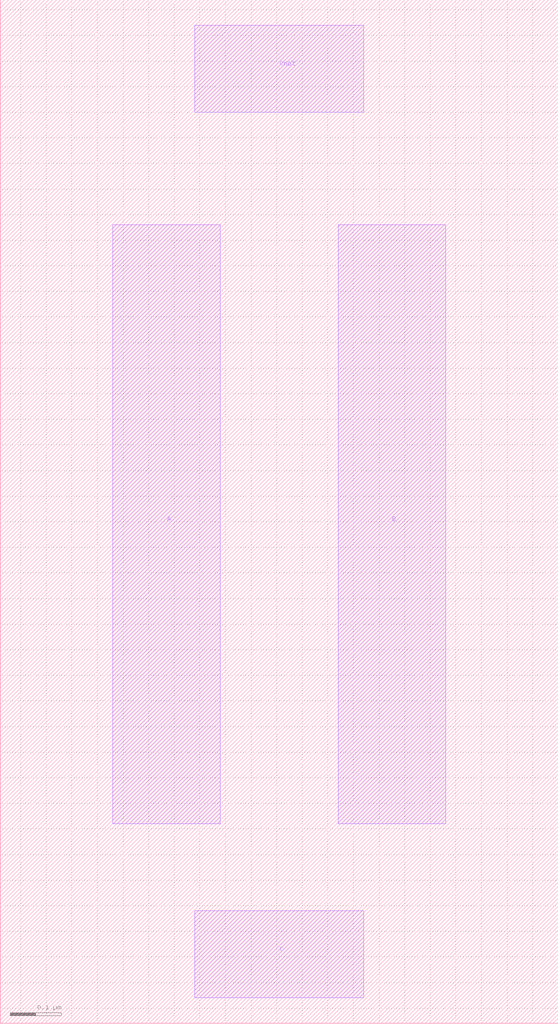
<source format=lef>
VERSION 5.7 ;
  NOWIREEXTENSIONATPIN ON ;
  DIVIDERCHAR "/" ;
  BUSBITCHARS "[]" ;
MACRO transmission_gate
  CLASS BLOCK ;
  FOREIGN transmission_gate ;
  ORIGIN 0.340 0.730 ;
  SIZE 1.090 BY 2.000 ;
  PIN B
    ANTENNADIFFAREA 0.150800 ;
    PORT
      LAYER li1 ;
        RECT 0.320 -0.340 0.530 0.830 ;
    END
  END B
  PIN A
    ANTENNADIFFAREA 0.150800 ;
    PORT
      LAYER li1 ;
        RECT -0.120 -0.340 0.090 0.830 ;
    END
  END A
  PIN Cnot
    ANTENNAGATEAREA 0.040500 ;
    PORT
      LAYER li1 ;
        RECT 0.040 1.050 0.370 1.220 ;
    END
  END Cnot
  PIN C
    ANTENNAGATEAREA 0.037500 ;
    PORT
      LAYER li1 ;
        RECT 0.040 -0.680 0.370 -0.510 ;
    END
  END C
END transmission_gate
END LIBRARY


</source>
